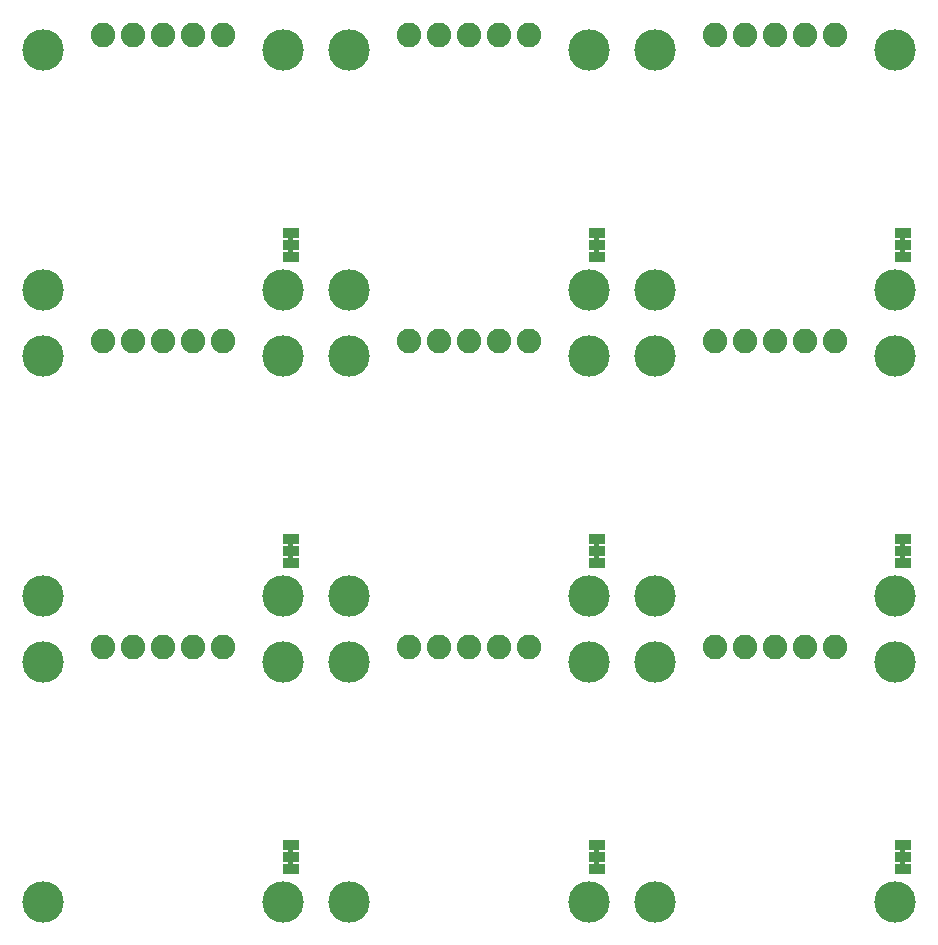
<source format=gbs>
G75*
%MOIN*%
%OFA0B0*%
%FSLAX25Y25*%
%IPPOS*%
%LPD*%
%AMOC8*
5,1,8,0,0,1.08239X$1,22.5*
%
%ADD10R,0.05800X0.03300*%
%ADD11C,0.00500*%
%ADD12C,0.13800*%
%ADD13C,0.08200*%
D10*
X0154000Y0083500D03*
X0154000Y0087500D03*
X0154000Y0091500D03*
X0154000Y0185500D03*
X0154000Y0189500D03*
X0154000Y0193500D03*
X0154000Y0287500D03*
X0154000Y0291500D03*
X0154000Y0295500D03*
X0256000Y0295500D03*
X0256000Y0291500D03*
X0256000Y0287500D03*
X0256000Y0193500D03*
X0256000Y0189500D03*
X0256000Y0185500D03*
X0256000Y0091500D03*
X0256000Y0087500D03*
X0256000Y0083500D03*
X0358000Y0083500D03*
X0358000Y0087500D03*
X0358000Y0091500D03*
X0358000Y0185500D03*
X0358000Y0189500D03*
X0358000Y0193500D03*
X0358000Y0287500D03*
X0358000Y0291500D03*
X0358000Y0295500D03*
D11*
X0358500Y0294250D02*
X0357500Y0294250D01*
X0357500Y0292750D01*
X0358500Y0292750D01*
X0358500Y0294250D01*
X0358500Y0293809D02*
X0357500Y0293809D01*
X0357500Y0293311D02*
X0358500Y0293311D01*
X0358500Y0292812D02*
X0357500Y0292812D01*
X0357500Y0290250D02*
X0358500Y0290250D01*
X0358500Y0288750D01*
X0357500Y0288750D01*
X0357500Y0290250D01*
X0357500Y0289821D02*
X0358500Y0289821D01*
X0358500Y0289323D02*
X0357500Y0289323D01*
X0357500Y0288824D02*
X0358500Y0288824D01*
X0358500Y0192250D02*
X0357500Y0192250D01*
X0357500Y0190750D01*
X0358500Y0190750D01*
X0358500Y0192250D01*
X0358500Y0192113D02*
X0357500Y0192113D01*
X0357500Y0191614D02*
X0358500Y0191614D01*
X0358500Y0191116D02*
X0357500Y0191116D01*
X0357500Y0188250D02*
X0358500Y0188250D01*
X0358500Y0186750D01*
X0357500Y0186750D01*
X0357500Y0188250D01*
X0357500Y0188125D02*
X0358500Y0188125D01*
X0358500Y0187626D02*
X0357500Y0187626D01*
X0357500Y0187128D02*
X0358500Y0187128D01*
X0358500Y0090250D02*
X0357500Y0090250D01*
X0357500Y0088750D01*
X0358500Y0088750D01*
X0358500Y0090250D01*
X0358500Y0089918D02*
X0357500Y0089918D01*
X0357500Y0089420D02*
X0358500Y0089420D01*
X0358500Y0088921D02*
X0357500Y0088921D01*
X0357500Y0086250D02*
X0358500Y0086250D01*
X0358500Y0084750D01*
X0357500Y0084750D01*
X0357500Y0086250D01*
X0357500Y0085930D02*
X0358500Y0085930D01*
X0358500Y0085432D02*
X0357500Y0085432D01*
X0357500Y0084933D02*
X0358500Y0084933D01*
X0256500Y0084933D02*
X0255500Y0084933D01*
X0255500Y0084750D02*
X0256500Y0084750D01*
X0256500Y0086250D01*
X0255500Y0086250D01*
X0255500Y0084750D01*
X0255500Y0085432D02*
X0256500Y0085432D01*
X0256500Y0085930D02*
X0255500Y0085930D01*
X0255500Y0088750D02*
X0256500Y0088750D01*
X0256500Y0090250D01*
X0255500Y0090250D01*
X0255500Y0088750D01*
X0255500Y0088921D02*
X0256500Y0088921D01*
X0256500Y0089420D02*
X0255500Y0089420D01*
X0255500Y0089918D02*
X0256500Y0089918D01*
X0256500Y0186750D02*
X0256500Y0188250D01*
X0255500Y0188250D01*
X0255500Y0186750D01*
X0256500Y0186750D01*
X0256500Y0187128D02*
X0255500Y0187128D01*
X0255500Y0187626D02*
X0256500Y0187626D01*
X0256500Y0188125D02*
X0255500Y0188125D01*
X0255500Y0190750D02*
X0256500Y0190750D01*
X0256500Y0192250D01*
X0255500Y0192250D01*
X0255500Y0190750D01*
X0255500Y0191116D02*
X0256500Y0191116D01*
X0256500Y0191614D02*
X0255500Y0191614D01*
X0255500Y0192113D02*
X0256500Y0192113D01*
X0256500Y0288750D02*
X0256500Y0290250D01*
X0255500Y0290250D01*
X0255500Y0288750D01*
X0256500Y0288750D01*
X0256500Y0288824D02*
X0255500Y0288824D01*
X0255500Y0289323D02*
X0256500Y0289323D01*
X0256500Y0289821D02*
X0255500Y0289821D01*
X0255500Y0292750D02*
X0256500Y0292750D01*
X0256500Y0294250D01*
X0255500Y0294250D01*
X0255500Y0292750D01*
X0255500Y0292812D02*
X0256500Y0292812D01*
X0256500Y0293311D02*
X0255500Y0293311D01*
X0255500Y0293809D02*
X0256500Y0293809D01*
X0154500Y0293809D02*
X0153500Y0293809D01*
X0153500Y0294250D02*
X0154500Y0294250D01*
X0154500Y0292750D01*
X0153500Y0292750D01*
X0153500Y0294250D01*
X0153500Y0293311D02*
X0154500Y0293311D01*
X0154500Y0292812D02*
X0153500Y0292812D01*
X0153500Y0290250D02*
X0154500Y0290250D01*
X0154500Y0288750D01*
X0153500Y0288750D01*
X0153500Y0290250D01*
X0153500Y0289821D02*
X0154500Y0289821D01*
X0154500Y0289323D02*
X0153500Y0289323D01*
X0153500Y0288824D02*
X0154500Y0288824D01*
X0154500Y0192250D02*
X0153500Y0192250D01*
X0153500Y0190750D01*
X0154500Y0190750D01*
X0154500Y0192250D01*
X0154500Y0192113D02*
X0153500Y0192113D01*
X0153500Y0191614D02*
X0154500Y0191614D01*
X0154500Y0191116D02*
X0153500Y0191116D01*
X0153500Y0188250D02*
X0154500Y0188250D01*
X0154500Y0186750D01*
X0153500Y0186750D01*
X0153500Y0188250D01*
X0153500Y0188125D02*
X0154500Y0188125D01*
X0154500Y0187626D02*
X0153500Y0187626D01*
X0153500Y0187128D02*
X0154500Y0187128D01*
X0154500Y0090250D02*
X0153500Y0090250D01*
X0153500Y0088750D01*
X0154500Y0088750D01*
X0154500Y0090250D01*
X0154500Y0089918D02*
X0153500Y0089918D01*
X0153500Y0089420D02*
X0154500Y0089420D01*
X0154500Y0088921D02*
X0153500Y0088921D01*
X0153500Y0086250D02*
X0154500Y0086250D01*
X0154500Y0084750D01*
X0153500Y0084750D01*
X0153500Y0086250D01*
X0153500Y0085930D02*
X0154500Y0085930D01*
X0154500Y0085432D02*
X0153500Y0085432D01*
X0153500Y0084933D02*
X0154500Y0084933D01*
D12*
X0071500Y0072500D03*
X0071500Y0152500D03*
X0071500Y0174500D03*
X0071500Y0254500D03*
X0071500Y0276500D03*
X0071500Y0356500D03*
X0151500Y0356500D03*
X0173500Y0356500D03*
X0173500Y0276500D03*
X0173500Y0254500D03*
X0151500Y0254500D03*
X0151500Y0276500D03*
X0151500Y0174500D03*
X0151500Y0152500D03*
X0173500Y0152500D03*
X0173500Y0174500D03*
X0253500Y0174500D03*
X0253500Y0152500D03*
X0275500Y0152500D03*
X0275500Y0174500D03*
X0275500Y0254500D03*
X0275500Y0276500D03*
X0253500Y0276500D03*
X0253500Y0254500D03*
X0253500Y0356500D03*
X0275500Y0356500D03*
X0355500Y0356500D03*
X0355500Y0276500D03*
X0355500Y0254500D03*
X0355500Y0174500D03*
X0355500Y0152500D03*
X0355500Y0072500D03*
X0275500Y0072500D03*
X0253500Y0072500D03*
X0173500Y0072500D03*
X0151500Y0072500D03*
D13*
X0131500Y0157500D03*
X0121500Y0157500D03*
X0111500Y0157500D03*
X0101500Y0157500D03*
X0091500Y0157500D03*
X0091500Y0259500D03*
X0101500Y0259500D03*
X0111500Y0259500D03*
X0121500Y0259500D03*
X0131500Y0259500D03*
X0193500Y0259500D03*
X0203500Y0259500D03*
X0213500Y0259500D03*
X0223500Y0259500D03*
X0233500Y0259500D03*
X0295500Y0259500D03*
X0305500Y0259500D03*
X0315500Y0259500D03*
X0325500Y0259500D03*
X0335500Y0259500D03*
X0335500Y0157500D03*
X0325500Y0157500D03*
X0315500Y0157500D03*
X0305500Y0157500D03*
X0295500Y0157500D03*
X0233500Y0157500D03*
X0223500Y0157500D03*
X0213500Y0157500D03*
X0203500Y0157500D03*
X0193500Y0157500D03*
X0193500Y0361500D03*
X0203500Y0361500D03*
X0213500Y0361500D03*
X0223500Y0361500D03*
X0233500Y0361500D03*
X0295500Y0361500D03*
X0305500Y0361500D03*
X0315500Y0361500D03*
X0325500Y0361500D03*
X0335500Y0361500D03*
X0131500Y0361500D03*
X0121500Y0361500D03*
X0111500Y0361500D03*
X0101500Y0361500D03*
X0091500Y0361500D03*
M02*

</source>
